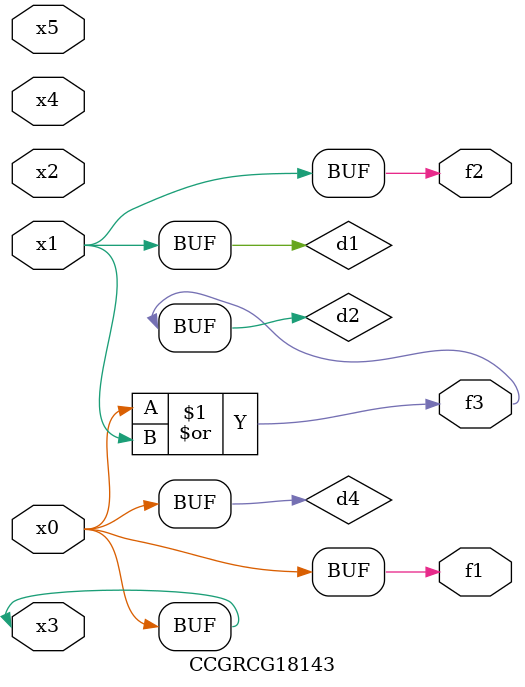
<source format=v>
module CCGRCG18143(
	input x0, x1, x2, x3, x4, x5,
	output f1, f2, f3
);

	wire d1, d2, d3, d4;

	and (d1, x1);
	or (d2, x0, x1);
	nand (d3, x0, x5);
	buf (d4, x0, x3);
	assign f1 = d4;
	assign f2 = d1;
	assign f3 = d2;
endmodule

</source>
